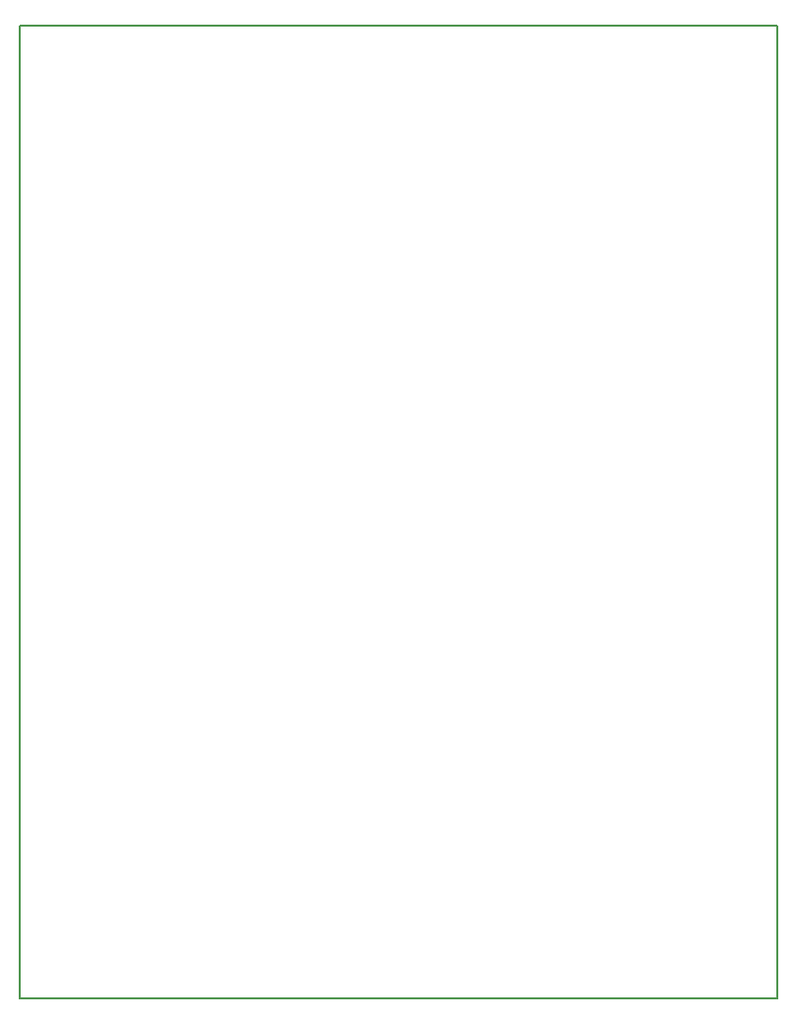
<source format=gbr>
%TF.GenerationSoftware,KiCad,Pcbnew,8.0.2*%
%TF.CreationDate,2024-06-20T15:08:29+01:00*%
%TF.ProjectId,dadaelus v0.3,64616461-656c-4757-9320-76302e332e6b,rev?*%
%TF.SameCoordinates,Original*%
%TF.FileFunction,Profile,NP*%
%FSLAX46Y46*%
G04 Gerber Fmt 4.6, Leading zero omitted, Abs format (unit mm)*
G04 Created by KiCad (PCBNEW 8.0.2) date 2024-06-20 15:08:29*
%MOMM*%
%LPD*%
G01*
G04 APERTURE LIST*
%TA.AperFunction,Profile*%
%ADD10C,0.200000*%
%TD*%
G04 APERTURE END LIST*
D10*
X119000000Y-58000000D02*
X184000000Y-58000000D01*
X184000000Y-141500000D01*
X119000000Y-141500000D01*
X119000000Y-58000000D01*
M02*

</source>
